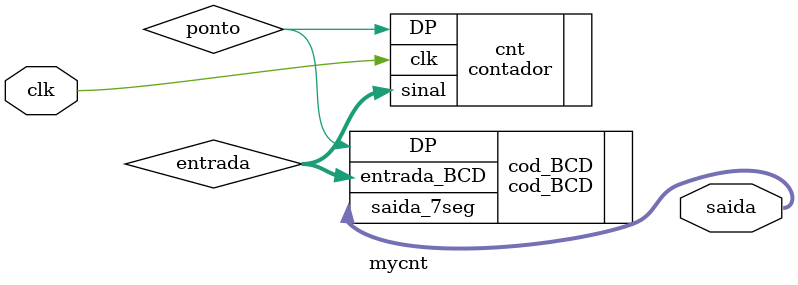
<source format=v>
module mycnt(
        output [7:0] saida,
        input clk
);
wire ponto;
wire [3:0] entrada;


cod_BCD cod_BCD (
    .saida_7seg(saida),
    .entrada_BCD(entrada),
    .DP(ponto) 
);

contador cnt(
        .sinal(entrada),
        .DP(ponto),
        .clk(clk) 
    );

endmodule
</source>
